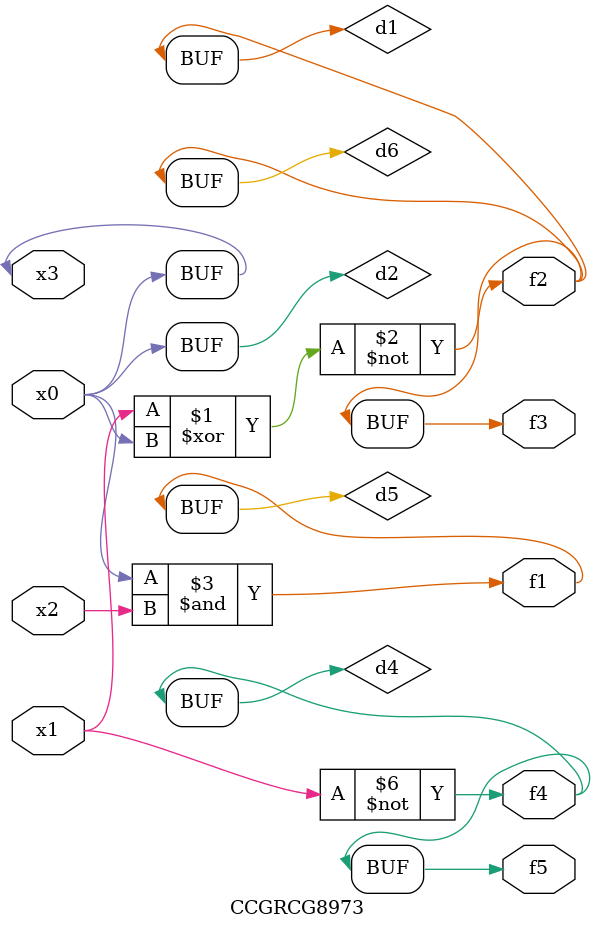
<source format=v>
module CCGRCG8973(
	input x0, x1, x2, x3,
	output f1, f2, f3, f4, f5
);

	wire d1, d2, d3, d4, d5, d6;

	xnor (d1, x1, x3);
	buf (d2, x0, x3);
	nand (d3, x0, x2);
	not (d4, x1);
	nand (d5, d3);
	or (d6, d1);
	assign f1 = d5;
	assign f2 = d6;
	assign f3 = d6;
	assign f4 = d4;
	assign f5 = d4;
endmodule

</source>
